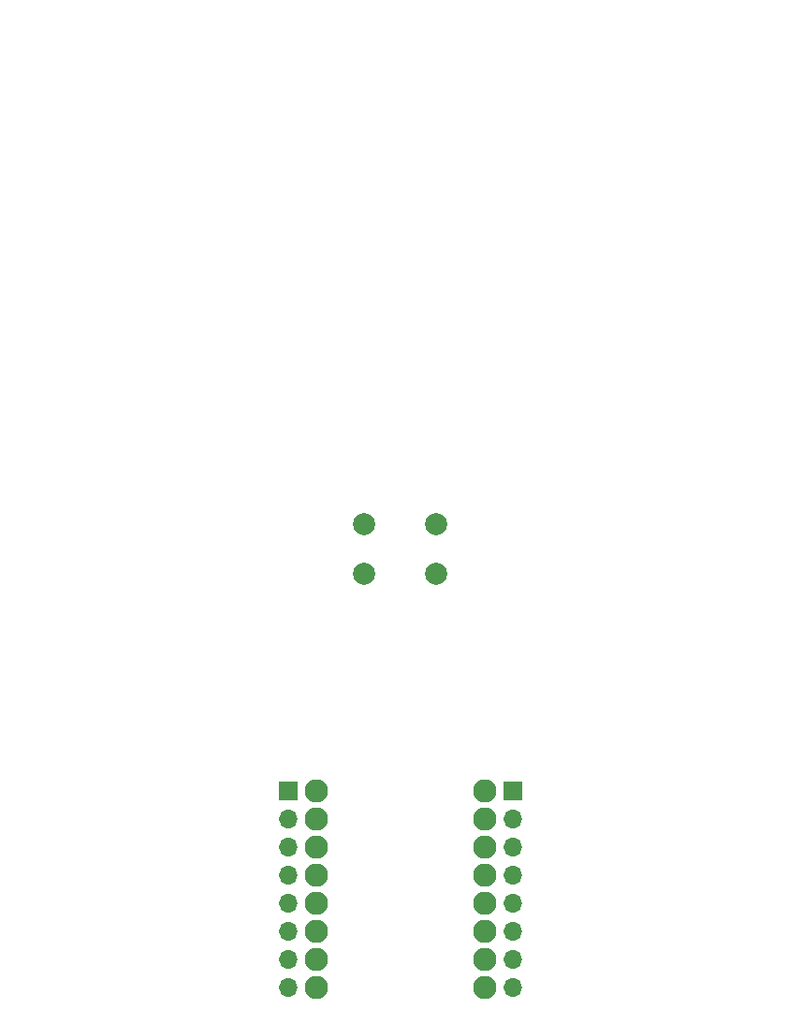
<source format=gts>
G04 #@! TF.GenerationSoftware,KiCad,Pcbnew,8.0.6*
G04 #@! TF.CreationDate,2024-11-27T01:20:32+01:00*
G04 #@! TF.ProjectId,christmas_soldering_kit_2024,63687269-7374-46d6-9173-5f736f6c6465,rev?*
G04 #@! TF.SameCoordinates,Original*
G04 #@! TF.FileFunction,Soldermask,Top*
G04 #@! TF.FilePolarity,Negative*
%FSLAX46Y46*%
G04 Gerber Fmt 4.6, Leading zero omitted, Abs format (unit mm)*
G04 Created by KiCad (PCBNEW 8.0.6) date 2024-11-27 01:20:32*
%MOMM*%
%LPD*%
G01*
G04 APERTURE LIST*
%ADD10C,0.100000*%
%ADD11C,2.109000*%
%ADD12R,1.700000X1.700000*%
%ADD13O,1.700000X1.700000*%
%ADD14C,2.000000*%
G04 APERTURE END LIST*
D10*
X148590000Y-114935000D03*
X152400000Y-114935000D03*
X160100000Y-84000000D03*
X163910000Y-84000000D03*
X173228000Y-98500000D03*
X177038000Y-98500000D03*
X136980000Y-84000000D03*
X140790000Y-84000000D03*
X148590000Y-50292000D03*
X152400000Y-50292000D03*
X123952000Y-98500000D03*
X127762000Y-98500000D03*
X116078000Y-125979000D03*
X119888000Y-125979000D03*
X166370000Y-72500000D03*
X170180000Y-72500000D03*
X181356000Y-125979000D03*
X185166000Y-125979000D03*
X131064000Y-72500000D03*
X134874000Y-72500000D03*
X148600000Y-65500000D03*
X152410000Y-65500000D03*
D11*
X142880000Y-137380000D03*
X142880000Y-134840000D03*
X142880000Y-132300000D03*
X142880000Y-129760000D03*
X142880000Y-124680000D03*
X142880000Y-127220000D03*
X158120000Y-119600000D03*
X142880000Y-119600000D03*
X158120000Y-122140000D03*
X158120000Y-124680000D03*
X158120000Y-127220000D03*
X158120000Y-129760000D03*
X158120000Y-132300000D03*
X158120000Y-134840000D03*
X158120000Y-137380000D03*
X142880000Y-122140000D03*
D12*
X160660000Y-119600000D03*
D13*
X160660000Y-122140000D03*
X160660000Y-124680000D03*
X160660000Y-127220000D03*
X160660000Y-129760000D03*
X160660000Y-132300000D03*
X160660000Y-134840000D03*
X160660000Y-137380000D03*
D12*
X140340000Y-119600000D03*
D13*
X140340000Y-122140000D03*
X140340000Y-124680000D03*
X140340000Y-127220000D03*
X140340000Y-129760000D03*
X140340000Y-132300000D03*
X140340000Y-134840000D03*
X140340000Y-137380000D03*
D14*
X153745000Y-95413000D03*
X147245000Y-95413000D03*
X153745000Y-99913000D03*
X147245000Y-99913000D03*
M02*

</source>
